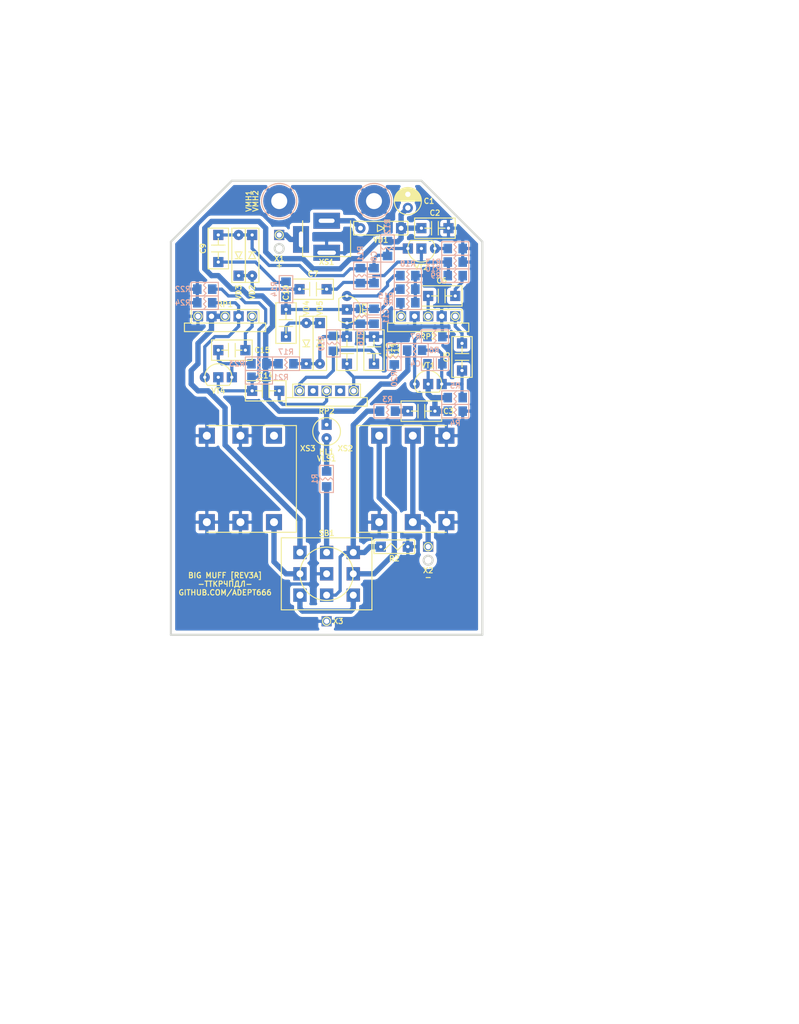
<source format=kicad_pcb>
(kicad_pcb (version 20171130) (host pcbnew 5.1.12-84ad8e8a86~92~ubuntu20.04.1)
  (title_block (title ТКП-1.30.A-6) (date 2025-06-21) (rev 3A) (company "Big Muff [REV3A] Bass SM LC5-8") (comment 1 http://github.com/Adept666) (comment 2 "Igor Ivanov (Игорь Иванов)") (comment 3 -ТТКРЧПДЛ-) (comment 4 "This project is licensed under GNU General Public License v3.0 or later"))
  (layers (0 F.Cu jumper) (31 B.Cu signal) (36 B.SilkS user) (37 F.SilkS user) (38 B.Mask user) (39 F.Mask user) (44 Edge.Cuts user))
  (net 0 "")
  (net 1 COM)
  (net 2 "Net-(HL1-PadC)")
  (net 3 /LED)
  (net 4 "Net-(SB1-PadNC1)")
  (net 5 /IN-CON)
  (net 6 /OUT-CON)
  (net 7 /PP3-POS)
  (net 8 /PP3-NEG)
  (net 9 "Net-(VD1-PadA)")
  (net 10 "Net-(C3-Pad2)")
  (net 11 "Net-(C4-Pad2)")
  (net 12 "Net-(C5-Pad2)")
  (net 13 "Net-(C6-Pad1)")
  (net 14 "Net-(C6-Pad2)")
  (net 15 "Net-(C7-Pad1)")
  (net 16 "Net-(C7-Pad2)")
  (net 17 "Net-(C8-Pad2)")
  (net 18 "Net-(C9-Pad2)")
  (net 19 "Net-(C10-Pad1)")
  (net 20 "Net-(C10-Pad2)")
  (net 21 "Net-(C11-Pad2)")
  (net 22 "Net-(C12-Pad2)")
  (net 23 "Net-(C13-Pad1)")
  (net 24 "Net-(C14-Pad1)")
  (net 25 "Net-(C14-Pad2)")
  (net 26 "Net-(C15-Pad1)")
  (net 27 "Net-(C15-Pad2)")
  (net 28 "Net-(R8-Pad2)")
  (net 29 "Net-(C3-Pad1)")
  (net 30 V)
  (net 31 /IN-CIR)
  (net 32 /OUT-CIR)
  (net 33 "Net-(XS3-PadTN)")
  (net 34 "Net-(R7-Pad2)")
  (net 35 "Net-(R13-Pad2)")
  (net 36 "Net-(R18-Pad2)")
  (net 37 "Net-(R24-Pad2)")
  (module SBEPL:ТКП-6.3.3.A1 (layer F.Cu) (at 105.41 148.59)
    (fp_text reference VE2 hide)
    (fp_text value ТКП-6.3.3.A1.A1.3-1.A1.00 hide)
  )
  (module SBEPL:ТКП-6.3.1.A2.A1.A (layer F.Cu) (at 105.41 148.59)
    (fp_text reference VE1 hide)
    (fp_text value ТКП-6.3.1.A2.A1.A.1-1 hide)
  )
  (module KCL-TH-SL:SW-PBS-24-302SP-2.5-PNL-12.0 (layer F.Cu) (at 105.41 167.64)
    (fp_text reference SB1 (at 0 -7.62) (layer F.SilkS) (effects (font (thickness 0.2))))
    (fp_text value PBS-24-302SP)
    (pad COM3 thru_hole rect (at 5 0) (size 2.5 2.5) (drill 1.3) (layers B.Cu B.Mask) (net 5 /IN-CON))
    (pad NC3 thru_hole rect (at 5 4) (size 2.5 2.5) (drill 1.3) (layers B.Cu B.Mask) (net 4 "Net-(SB1-PadNC1)"))
    (pad NO3 thru_hole rect (at 5 -4) (size 2.5 2.5) (drill 1.3) (layers B.Cu B.Mask) (net 31 /IN-CIR))
    (pad COM2 thru_hole rect (at 0 0) (size 2.5 2.5) (drill 1.3) (layers B.Cu B.Mask) (net 1 COM))
    (pad NC2 thru_hole rect (at 0 4) (size 2.5 2.5) (drill 1.3) (layers B.Cu B.Mask) (net 31 /IN-CIR))
    (pad NO2 thru_hole rect (at 0 -4) (size 2.5 2.5) (drill 1.3) (layers B.Cu B.Mask) (net 3 /LED))
    (pad NO1 thru_hole rect (at -5 -4) (size 2.5 2.5) (drill 1.3) (layers B.Cu B.Mask) (net 32 /OUT-CIR))
    (pad COM1 thru_hole rect (at -5 0) (size 2.5 2.5) (drill 1.3) (layers B.Cu B.Mask) (net 6 /OUT-CON))
    (pad NC1 thru_hole rect (at -5 4) (size 2.5 2.5) (drill 1.3) (layers B.Cu B.Mask) (net 4 "Net-(SB1-PadNC1)"))
  )
  (module SBKCL-TH-SL:RPB-18-1x17-1.6-PNL-7.2 (layer F.Cu) (at 124.46 108.15)
    (fp_text reference RP3 (at 0 15.04) (layer F.SilkS) (effects (font (thickness 0.2))))
    (fp_text value A100K)
    (pad 3 thru_hole rect (at 5.08 11.23) (size 1.9 1.9) (drill 1) (layers B.Cu B.Mask) (net 12 "Net-(C5-Pad2)"))
    (pad NC2 thru_hole rect (at 2.54 11.23) (size 1.9 1.9) (drill 1) (layers B.Cu B.Mask) (net 1 COM))
    (pad 2 thru_hole rect (at 0 11.23) (size 1.9 1.9) (drill 1) (layers B.Cu B.Mask) (net 13 "Net-(C6-Pad1)"))
    (pad NC1 thru_hole rect (at -2.54 11.23) (size 1.9 1.9) (drill 1) (layers B.Cu B.Mask) (net 1 COM))
    (pad 1 thru_hole rect (at -5.08 11.23) (size 1.9 1.9) (drill 1) (layers B.Cu B.Mask) (net 28 "Net-(R8-Pad2)"))
  )
  (module SBKCL-TH-SL:RPB-18-1x17-1.6-PNL-7.2 (layer F.Cu) (at 105.41 122.12)
    (fp_text reference RP2 (at 0 15.04) (layer F.SilkS) (effects (font (thickness 0.2))))
    (fp_text value B100K)
    (pad 3 thru_hole rect (at 5.08 11.23) (size 1.9 1.9) (drill 1) (layers B.Cu B.Mask) (net 22 "Net-(C12-Pad2)"))
    (pad NC2 thru_hole rect (at 2.54 11.23) (size 1.9 1.9) (drill 1) (layers B.Cu B.Mask))
    (pad 2 thru_hole rect (at 0 11.23) (size 1.9 1.9) (drill 1) (layers B.Cu B.Mask) (net 24 "Net-(C14-Pad1)"))
    (pad NC1 thru_hole rect (at -2.54 11.23) (size 1.9 1.9) (drill 1) (layers B.Cu B.Mask))
    (pad 1 thru_hole rect (at -5.08 11.23) (size 1.9 1.9) (drill 1) (layers B.Cu B.Mask) (net 23 "Net-(C13-Pad1)"))
  )
  (module SBKCL-TH-SL:RPB-18-1x17-1.6-PNL-7.2 (layer F.Cu) (at 86.36 108.15)
    (fp_text reference RP1 (at 0 9.0075) (layer F.SilkS) (effects (font (thickness 0.2))))
    (fp_text value A100K)
    (pad 3 thru_hole rect (at 5.08 11.23) (size 1.9 1.9) (drill 1) (layers B.Cu B.Mask) (net 27 "Net-(C15-Pad2)"))
    (pad NC2 thru_hole rect (at 2.54 11.23) (size 1.9 1.9) (drill 1) (layers B.Cu B.Mask) (net 37 "Net-(R24-Pad2)"))
    (pad 2 thru_hole rect (at 0 11.23) (size 1.9 1.9) (drill 1) (layers B.Cu B.Mask) (net 32 /OUT-CIR))
    (pad NC1 thru_hole rect (at -2.54 11.23) (size 1.9 1.9) (drill 1) (layers B.Cu B.Mask) (net 32 /OUT-CIR))
    (pad 1 thru_hole rect (at -5.08 11.23) (size 1.9 1.9) (drill 1) (layers B.Cu B.Mask) (net 1 COM))
  )
  (module KCL-TH-SL:CON-PAD-S-1.0-1.9 (layer F.Cu) (at 96.52 104.14)
    (fp_text reference X1 (at 0 4.445) (layer F.SilkS) (effects (font (thickness 0.2))))
    (fp_text value X)
    (pad 1 thru_hole rect (at 0 0) (size 1.9 1.9) (drill 1) (layers B.Cu B.Mask) (net 7 /PP3-POS))
  )
  (module KCL-TH-SL:CON-PAD-S-1.0-1.9 (layer F.Cu) (at 124.46 162.56)
    (fp_text reference X2 (at 0 4.445) (layer F.SilkS) (effects (font (thickness 0.2))))
    (fp_text value X)
    (pad 1 thru_hole rect (at 0 0) (size 1.9 1.9) (drill 1) (layers B.Cu B.Mask) (net 8 /PP3-NEG))
  )
  (module KCL-TH-SL:CON-PAD-S-1.0-1.9 (layer F.Cu) (at 105.41 176.53)
    (fp_text reference X3 (at 1.0795 0) (layer F.SilkS) (effects (font (thickness 0.2)) (justify left)))
    (fp_text value X)
    (pad 1 thru_hole rect (at 0 0) (size 1.9 1.9) (drill 1) (layers B.Cu B.Mask) (net 1 COM))
  )
  (module KCL-VIRTUAL:B-PP3-HV (layer F.Cu) (at 105.41 187.96)
    (fp_text reference GB1 hide)
    (fp_text value X hide)
  )
  (module KCL-TH-SL:P-TO-92-E-B-C (layer F.Cu) (at 123.19 106.68 180)
    (fp_text reference VT2 (at 0 -3.4925) (layer F.SilkS) (effects (font (thickness 0.2))))
    (fp_text value 547)
    (pad C thru_hole rect (at 2.54 0 180) (size 1.9 1.9) (drill 0.6) (layers B.Cu B.Mask) (net 17 "Net-(C8-Pad2)"))
    (pad B thru_hole rect (at 0 0 180) (size 1.9 1.9) (drill 0.6) (layers B.Cu B.Mask) (net 15 "Net-(C7-Pad1)"))
    (pad E thru_hole circle (at -2.54 0 180) (size 1.9 1.9) (drill 0.6) (layers B.Cu B.Mask) (net 35 "Net-(R13-Pad2)"))
  )
  (module KCL-TH-SL:P-TO-92-E-B-C (layer F.Cu) (at 109.22 118.11 270)
    (fp_text reference VT3 (at 0 -3.4925 90) (layer F.SilkS) (effects (font (thickness 0.2))))
    (fp_text value 547)
    (pad C thru_hole rect (at 2.54 0 270) (size 1.9 1.9) (drill 0.6) (layers B.Cu B.Mask) (net 21 "Net-(C11-Pad2)"))
    (pad B thru_hole rect (at 0 0 270) (size 1.9 1.9) (drill 0.6) (layers B.Cu B.Mask) (net 19 "Net-(C10-Pad1)"))
    (pad E thru_hole circle (at -2.54 0 270) (size 1.9 1.9) (drill 0.6) (layers B.Cu B.Mask) (net 36 "Net-(R18-Pad2)"))
  )
  (module KCL-TH-SL:P-TO-92-E-B-C (layer F.Cu) (at 124.46 132.08)
    (fp_text reference VT1 (at 0 -3.4925) (layer F.SilkS) (effects (font (thickness 0.2))))
    (fp_text value 547)
    (pad E thru_hole circle (at -2.54 0) (size 1.9 1.9) (drill 0.6) (layers B.Cu B.Mask) (net 34 "Net-(R7-Pad2)"))
    (pad B thru_hole rect (at 0 0) (size 1.9 1.9) (drill 0.6) (layers B.Cu B.Mask) (net 10 "Net-(C3-Pad2)"))
    (pad C thru_hole rect (at 2.54 0) (size 1.9 1.9) (drill 0.6) (layers B.Cu B.Mask) (net 11 "Net-(C4-Pad2)"))
  )
  (module KCL-TH-SL:P-TO-92-E-B-C (layer F.Cu) (at 85.09 130.81)
    (fp_text reference VT4 (at 0 2.54) (layer F.SilkS) (effects (font (thickness 0.2))))
    (fp_text value 547)
    (pad C thru_hole rect (at 2.54 0) (size 1.9 1.9) (drill 0.6) (layers B.Cu B.Mask) (net 26 "Net-(C15-Pad1)"))
    (pad B thru_hole rect (at 0 0) (size 1.9 1.9) (drill 0.6) (layers B.Cu B.Mask) (net 25 "Net-(C14-Pad2)"))
    (pad E thru_hole circle (at -2.54 0) (size 1.9 1.9) (drill 0.6) (layers B.Cu B.Mask) (net 37 "Net-(R24-Pad2)"))
  )
  (module KCL-TH-SL:P-DO-35 (layer F.Cu) (at 88.9 107.95 270)
    (fp_text reference VD3 (at 5.3975 0 90) (layer F.SilkS) (effects (font (thickness 0.2)) (justify right)))
    (fp_text value 4148)
    (pad C thru_hole rect (at 3.81 0 270) (size 1.9 1.9) (drill 0.6) (layers B.Cu B.Mask) (net 16 "Net-(C7-Pad2)"))
    (pad A thru_hole circle (at -3.81 0 270) (size 1.9 1.9) (drill 0.6) (layers B.Cu B.Mask) (net 17 "Net-(C8-Pad2)"))
  )
  (module KCL-TH-SL:P-DO-35 (layer F.Cu) (at 91.44 107.95 90)
    (fp_text reference VD2 (at -5.3975 0 90) (layer F.SilkS) (effects (font (thickness 0.2)) (justify right)))
    (fp_text value 4148)
    (pad C thru_hole rect (at 3.81 0 90) (size 1.9 1.9) (drill 0.6) (layers B.Cu B.Mask) (net 17 "Net-(C8-Pad2)"))
    (pad A thru_hole circle (at -3.81 0 90) (size 1.9 1.9) (drill 0.6) (layers B.Cu B.Mask) (net 16 "Net-(C7-Pad2)"))
  )
  (module KCL-TH-SL:P-DO-35 (layer F.Cu) (at 101.6 124.46 270)
    (fp_text reference VD4 (at -5.08 0 90) (layer F.SilkS) (effects (font (thickness 0.2)) (justify left)))
    (fp_text value 4148)
    (pad C thru_hole rect (at 3.81 0 270) (size 1.9 1.9) (drill 0.6) (layers B.Cu B.Mask) (net 21 "Net-(C11-Pad2)"))
    (pad A thru_hole circle (at -3.81 0 270) (size 1.9 1.9) (drill 0.6) (layers B.Cu B.Mask) (net 20 "Net-(C10-Pad2)"))
  )
  (module KCL-TH-SL:P-DO-35 (layer F.Cu) (at 104.14 124.46 90)
    (fp_text reference VD5 (at 5.08 0 90) (layer F.SilkS) (effects (font (thickness 0.2)) (justify left)))
    (fp_text value 4148)
    (pad C thru_hole rect (at 3.81 0 90) (size 1.9 1.9) (drill 0.6) (layers B.Cu B.Mask) (net 20 "Net-(C10-Pad2)"))
    (pad A thru_hole circle (at -3.81 0 90) (size 1.9 1.9) (drill 0.6) (layers B.Cu B.Mask) (net 21 "Net-(C11-Pad2)"))
  )
  (module KCL-TH-SL:C-DISK-D04.2-T03.0-P05.08-d0.5 (layer F.Cu) (at 125.73 102.87)
    (fp_text reference C2 (at 0 -2.8575) (layer F.SilkS) (effects (font (thickness 0.2))))
    (fp_text value 104)
    (pad 1 thru_hole rect (at -2.54 0) (size 1.9 1.9) (drill 0.6) (layers B.Cu B.Mask) (net 30 V))
    (pad 2 thru_hole rect (at 2.54 0) (size 1.9 1.9) (drill 0.6) (layers B.Cu B.Mask) (net 1 COM))
  )
  (module KCL-TH-SL:C-DISK-D04.2-T03.0-P05.08-d0.5 (layer F.Cu) (at 109.22 125.73 270)
    (fp_text reference C12 (at 0 -7.9375 90) (layer F.SilkS) (effects (font (thickness 0.2))))
    (fp_text value 332)
    (pad 2 thru_hole rect (at 2.54 0 270) (size 1.9 1.9) (drill 0.6) (layers B.Cu B.Mask) (net 22 "Net-(C12-Pad2)"))
    (pad 1 thru_hole rect (at -2.54 0 270) (size 1.9 1.9) (drill 0.6) (layers B.Cu B.Mask) (net 21 "Net-(C11-Pad2)"))
  )
  (module KCL-TH-SL:C-DISK-D04.2-T03.0-P05.08-d0.5 (layer F.Cu) (at 114.3 125.73 90)
    (fp_text reference C13 (at 0 4.1275 90) (layer F.SilkS) (effects (font (thickness 0.2))))
    (fp_text value 103)
    (pad 1 thru_hole rect (at -2.54 0 90) (size 1.9 1.9) (drill 0.6) (layers B.Cu B.Mask) (net 23 "Net-(C13-Pad1)"))
    (pad 2 thru_hole rect (at 2.54 0 90) (size 1.9 1.9) (drill 0.6) (layers B.Cu B.Mask) (net 1 COM))
  )
  (module KCL-TH-SL:C-DISK-D04.2-T03.0-P05.08-d0.5 (layer F.Cu) (at 127 115.57)
    (fp_text reference C6 (at 0 -2.8575) (layer F.SilkS) (effects (font (thickness 0.2))))
    (fp_text value 104)
    (pad 2 thru_hole rect (at 2.54 0) (size 1.9 1.9) (drill 0.6) (layers B.Cu B.Mask) (net 14 "Net-(C6-Pad2)"))
    (pad 1 thru_hole rect (at -2.54 0) (size 1.9 1.9) (drill 0.6) (layers B.Cu B.Mask) (net 13 "Net-(C6-Pad1)"))
  )
  (module KCL-TH-SL:C-DISK-D04.2-T03.0-P05.08-d0.5 (layer F.Cu) (at 130.81 127 90)
    (fp_text reference C5 (at 0 -2.8575 90) (layer F.SilkS) (effects (font (thickness 0.2))))
    (fp_text value 104)
    (pad 1 thru_hole rect (at -2.54 0 90) (size 1.9 1.9) (drill 0.6) (layers B.Cu B.Mask) (net 11 "Net-(C4-Pad2)"))
    (pad 2 thru_hole rect (at 2.54 0 90) (size 1.9 1.9) (drill 0.6) (layers B.Cu B.Mask) (net 12 "Net-(C5-Pad2)"))
  )
  (module KCL-TH-SL:C-DISK-D04.2-T03.0-P05.08-d0.5 (layer F.Cu) (at 123.19 137.16)
    (fp_text reference C3 (at 5.08 0) (layer F.SilkS) (effects (font (thickness 0.2))))
    (fp_text value 105)
    (pad 1 thru_hole rect (at -2.54 0) (size 1.9 1.9) (drill 0.6) (layers B.Cu B.Mask) (net 29 "Net-(C3-Pad1)"))
    (pad 2 thru_hole rect (at 2.54 0) (size 1.9 1.9) (drill 0.6) (layers B.Cu B.Mask) (net 10 "Net-(C3-Pad2)"))
  )
  (module KCL-TH-SL:C-DISK-D04.2-T03.0-P05.08-d0.5 (layer F.Cu) (at 93.98 133.35 180)
    (fp_text reference C14 (at 0 2.8575) (layer F.SilkS) (effects (font (thickness 0.2))))
    (fp_text value 105)
    (pad 2 thru_hole rect (at 2.54 0 180) (size 1.9 1.9) (drill 0.6) (layers B.Cu B.Mask) (net 25 "Net-(C14-Pad2)"))
    (pad 1 thru_hole rect (at -2.54 0 180) (size 1.9 1.9) (drill 0.6) (layers B.Cu B.Mask) (net 24 "Net-(C14-Pad1)"))
  )
  (module KCL-TH-SL:C-DISK-D04.2-T03.0-P05.08-d0.5 (layer F.Cu) (at 87.63 125.73)
    (fp_text reference C15 (at 4.1275 0) (layer F.SilkS) (effects (font (thickness 0.2)) (justify left)))
    (fp_text value 104)
    (pad 2 thru_hole rect (at 2.54 0) (size 1.9 1.9) (drill 0.6) (layers B.Cu B.Mask) (net 27 "Net-(C15-Pad2)"))
    (pad 1 thru_hole rect (at -2.54 0) (size 1.9 1.9) (drill 0.6) (layers B.Cu B.Mask) (net 26 "Net-(C15-Pad1)"))
  )
  (module KCL-TH-SL:C-DISK-D04.2-T03.0-P05.08-d0.5 (layer F.Cu) (at 97.79 120.65 270)
    (fp_text reference C10 (at -4.1275 0 90) (layer F.SilkS) (effects (font (thickness 0.2)) (justify left)))
    (fp_text value 683)
    (pad 2 thru_hole rect (at 2.54 0 270) (size 1.9 1.9) (drill 0.6) (layers B.Cu B.Mask) (net 20 "Net-(C10-Pad2)"))
    (pad 1 thru_hole rect (at -2.54 0 270) (size 1.9 1.9) (drill 0.6) (layers B.Cu B.Mask) (net 19 "Net-(C10-Pad1)"))
  )
  (module KCL-TH-SL:C-DISK-D04.2-T03.0-P05.08-d0.5 (layer F.Cu) (at 102.87 114.3 180)
    (fp_text reference C7 (at 0 2.8575) (layer F.SilkS) (effects (font (thickness 0.2))))
    (fp_text value 683)
    (pad 1 thru_hole rect (at -2.54 0 180) (size 1.9 1.9) (drill 0.6) (layers B.Cu B.Mask) (net 15 "Net-(C7-Pad1)"))
    (pad 2 thru_hole rect (at 2.54 0 180) (size 1.9 1.9) (drill 0.6) (layers B.Cu B.Mask) (net 16 "Net-(C7-Pad2)"))
  )
  (module KCL-TH-SL:C-DISK-D04.2-T03.0-P05.08-d0.5 (layer F.Cu) (at 85.09 106.68 270)
    (fp_text reference C9 (at 0 2.8575 90) (layer F.SilkS) (effects (font (thickness 0.2))))
    (fp_text value 104)
    (pad 2 thru_hole rect (at 2.54 0 270) (size 1.9 1.9) (drill 0.6) (layers B.Cu B.Mask) (net 18 "Net-(C9-Pad2)"))
    (pad 1 thru_hole rect (at -2.54 0 270) (size 1.9 1.9) (drill 0.6) (layers B.Cu B.Mask) (net 17 "Net-(C8-Pad2)"))
  )
  (module KCL-TH-SL:P-DO-41 (layer F.Cu) (at 115.57 102.87)
    (fp_text reference VD1 (at 0 2.2225) (layer F.SilkS) (effects (font (thickness 0.2))))
    (fp_text value 5817)
    (pad A thru_hole circle (at -3.81 0) (size 1.9 1.9) (drill 0.9) (layers B.Cu B.Mask) (net 9 "Net-(VD1-PadA)"))
    (pad C thru_hole rect (at 3.81 0) (size 1.9 1.9) (drill 0.9) (layers B.Cu B.Mask) (net 30 V))
  )
  (module KCL-SM:C-SM-1206 (layer B.Cu) (at 114.3 111.76 90)
    (fp_text reference C8 (at 2.54 0 90) (layer B.SilkS) (effects (font (thickness 0.2)) (justify right mirror)))
    (fp_text value 471)
    (pad 2 smd rect (at 1.4 0 90) (size 1.6 1.8) (layers B.Cu B.Mask) (net 17 "Net-(C8-Pad2)"))
    (pad 1 smd rect (at -1.4 0 90) (size 1.6 1.8) (layers B.Cu B.Mask) (net 15 "Net-(C7-Pad1)"))
  )
  (module KCL-SM:C-SM-1206 (layer B.Cu) (at 114.3 119.38 270)
    (fp_text reference C11 (at 0 -2.2225 270) (layer B.SilkS) (effects (font (thickness 0.2)) (justify mirror)))
    (fp_text value 471)
    (pad 2 smd rect (at 1.4 0 270) (size 1.6 1.8) (layers B.Cu B.Mask) (net 21 "Net-(C11-Pad2)"))
    (pad 1 smd rect (at -1.4 0 270) (size 1.6 1.8) (layers B.Cu B.Mask) (net 19 "Net-(C10-Pad1)"))
  )
  (module KCL-SM:C-SM-1206 (layer B.Cu) (at 125.73 128.27)
    (fp_text reference C4 (at -2.54 0) (layer B.SilkS) (effects (font (thickness 0.2)) (justify left mirror)))
    (fp_text value 471)
    (pad 2 smd rect (at 1.4 0) (size 1.6 1.8) (layers B.Cu B.Mask) (net 11 "Net-(C4-Pad2)"))
    (pad 1 smd rect (at -1.4 0) (size 1.6 1.8) (layers B.Cu B.Mask) (net 10 "Net-(C3-Pad2)"))
  )
  (module KCL-SM:R-SM-1206 (layer B.Cu) (at 129.54 134.62)
    (fp_text reference R5 (at 0 -2.2225) (layer B.SilkS) (effects (font (thickness 0.2)) (justify mirror)))
    (fp_text value 474)
    (pad 1 smd rect (at -1.4 0) (size 1.6 1.8) (layers B.Cu B.Mask) (net 10 "Net-(C3-Pad2)"))
    (pad 2 smd rect (at 1.4 0) (size 1.6 1.8) (layers B.Cu B.Mask) (net 11 "Net-(C4-Pad2)"))
  )
  (module KCL-SM:R-SM-1206 (layer B.Cu) (at 129.54 137.16 180)
    (fp_text reference R4 (at 0 -2.2225) (layer B.SilkS) (effects (font (thickness 0.2)) (justify mirror)))
    (fp_text value 104)
    (pad 2 smd rect (at 1.4 0 180) (size 1.6 1.8) (layers B.Cu B.Mask) (net 10 "Net-(C3-Pad2)"))
    (pad 1 smd rect (at -1.4 0 180) (size 1.6 1.8) (layers B.Cu B.Mask) (net 1 COM))
  )
  (module KCL-SM:R-SM-1206 (layer B.Cu) (at 116.84 137.16)
    (fp_text reference R3 (at 0 -2.2225) (layer B.SilkS) (effects (font (thickness 0.2)) (justify mirror)))
    (fp_text value 393)
    (pad 2 smd rect (at 1.4 0) (size 1.6 1.8) (layers B.Cu B.Mask) (net 29 "Net-(C3-Pad1)"))
    (pad 1 smd rect (at -1.4 0) (size 1.6 1.8) (layers B.Cu B.Mask) (net 31 /IN-CIR))
  )
  (module KCL-SM:R-SM-1206 (layer B.Cu) (at 121.92 125.73 180)
    (fp_text reference R6 (at -2.54 0 180) (layer B.SilkS) (effects (font (thickness 0.2)) (justify right mirror)))
    (fp_text value 123)
    (pad 1 smd rect (at -1.4 0 180) (size 1.6 1.8) (layers B.Cu B.Mask) (net 11 "Net-(C4-Pad2)"))
    (pad 2 smd rect (at 1.4 0 180) (size 1.6 1.8) (layers B.Cu B.Mask) (net 30 V))
  )
  (module KCL-SM:R-SM-1206 (layer B.Cu) (at 118.11 127 90)
    (fp_text reference R20 (at -2.54 0 90) (layer B.SilkS) (effects (font (thickness 0.2)) (justify left mirror)))
    (fp_text value 223)
    (pad 2 smd rect (at 1.4 0 90) (size 1.6 1.8) (layers B.Cu B.Mask) (net 1 COM))
    (pad 1 smd rect (at -1.4 0 90) (size 1.6 1.8) (layers B.Cu B.Mask) (net 22 "Net-(C12-Pad2)"))
  )
  (module KCL-SM:R-SM-1206 (layer B.Cu) (at 125.73 123.19 180)
    (fp_text reference R7 (at 2.54 0 180) (layer B.SilkS) (effects (font (thickness 0.2)) (justify left mirror)))
    (fp_text value 391)
    (pad 1 smd rect (at -1.4 0 180) (size 1.6 1.8) (layers B.Cu B.Mask) (net 1 COM))
    (pad 2 smd rect (at 1.4 0 180) (size 1.6 1.8) (layers B.Cu B.Mask) (net 34 "Net-(R7-Pad2)"))
  )
  (module KCL-SM:R-SM-1206 (layer B.Cu) (at 129.54 106.68 180)
    (fp_text reference R13 (at 2.54 -2.54 180) (layer B.SilkS) (effects (font (thickness 0.2)) (justify left mirror)))
    (fp_text value 391)
    (pad 2 smd rect (at 1.4 0 180) (size 1.6 1.8) (layers B.Cu B.Mask) (net 35 "Net-(R13-Pad2)"))
    (pad 1 smd rect (at -1.4 0 180) (size 1.6 1.8) (layers B.Cu B.Mask) (net 1 COM))
  )
  (module KCL-SM:R-SM-1206 (layer B.Cu) (at 129.54 109.22 180)
    (fp_text reference R10 (at 2.54 -1.27) (layer B.SilkS) (effects (font (thickness 0.2)) (justify left mirror)))
    (fp_text value 104)
    (pad 2 smd rect (at 1.4 0 180) (size 1.6 1.8) (layers B.Cu B.Mask) (net 15 "Net-(C7-Pad1)"))
    (pad 1 smd rect (at -1.4 0 180) (size 1.6 1.8) (layers B.Cu B.Mask) (net 1 COM))
  )
  (module KCL-SM:R-SM-1206 (layer B.Cu) (at 129.54 111.76 180)
    (fp_text reference R9 (at 2.54 0) (layer B.SilkS) (effects (font (thickness 0.2)) (justify left mirror)))
    (fp_text value 103)
    (pad 2 smd rect (at 1.4 0 180) (size 1.6 1.8) (layers B.Cu B.Mask) (net 15 "Net-(C7-Pad1)"))
    (pad 1 smd rect (at -1.4 0 180) (size 1.6 1.8) (layers B.Cu B.Mask) (net 14 "Net-(C6-Pad2)"))
  )
  (module KCL-SM:R-SM-1206 (layer B.Cu) (at 120.65 116.84 180)
    (fp_text reference R8 (at 2.54 0) (layer B.SilkS) (effects (font (thickness 0.2)) (justify left mirror)))
    (fp_text value 102)
    (pad 1 smd rect (at -1.4 0 180) (size 1.6 1.8) (layers B.Cu B.Mask) (net 1 COM))
    (pad 2 smd rect (at 1.4 0 180) (size 1.6 1.8) (layers B.Cu B.Mask) (net 28 "Net-(R8-Pad2)"))
  )
  (module KCL-SM:R-SM-1206 (layer B.Cu) (at 120.65 114.3 180)
    (fp_text reference R15 (at 2.54 -1.27) (layer B.SilkS) (effects (font (thickness 0.2)) (justify left mirror)))
    (fp_text value 104)
    (pad 2 smd rect (at 1.4 0 180) (size 1.6 1.8) (layers B.Cu B.Mask) (net 19 "Net-(C10-Pad1)"))
    (pad 1 smd rect (at -1.4 0 180) (size 1.6 1.8) (layers B.Cu B.Mask) (net 1 COM))
  )
  (module KCL-SM:R-SM-1206 (layer B.Cu) (at 120.65 111.76 180)
    (fp_text reference R18 (at 0 2.2225 180) (layer B.SilkS) (effects (font (thickness 0.2)) (justify mirror)))
    (fp_text value 391)
    (pad 2 smd rect (at 1.4 0 180) (size 1.6 1.8) (layers B.Cu B.Mask) (net 36 "Net-(R18-Pad2)"))
    (pad 1 smd rect (at -1.4 0 180) (size 1.6 1.8) (layers B.Cu B.Mask) (net 1 COM))
  )
  (module KCL-SM:R-SM-1206 (layer B.Cu) (at 116.84 106.68 90)
    (fp_text reference R12 (at 2.54 0 90) (layer B.SilkS) (effects (font (thickness 0.2)) (justify right mirror)))
    (fp_text value 123)
    (pad 1 smd rect (at -1.4 0 90) (size 1.6 1.8) (layers B.Cu B.Mask) (net 17 "Net-(C8-Pad2)"))
    (pad 2 smd rect (at 1.4 0 90) (size 1.6 1.8) (layers B.Cu B.Mask) (net 30 V))
  )
  (module KCL-SM:R-SM-1206 (layer B.Cu) (at 111.76 111.76 90)
    (fp_text reference R11 (at 2.54 0 90) (layer B.SilkS) (effects (font (thickness 0.2)) (justify right mirror)))
    (fp_text value 474)
    (pad 2 smd rect (at 1.4 0 90) (size 1.6 1.8) (layers B.Cu B.Mask) (net 17 "Net-(C8-Pad2)"))
    (pad 1 smd rect (at -1.4 0 90) (size 1.6 1.8) (layers B.Cu B.Mask) (net 15 "Net-(C7-Pad1)"))
  )
  (module KCL-SM:R-SM-1206 (layer B.Cu) (at 111.76 119.38 270)
    (fp_text reference R16 (at 2.54 0 90) (layer B.SilkS) (effects (font (thickness 0.2)) (justify left mirror)))
    (fp_text value 474)
    (pad 2 smd rect (at 1.4 0 270) (size 1.6 1.8) (layers B.Cu B.Mask) (net 21 "Net-(C11-Pad2)"))
    (pad 1 smd rect (at -1.4 0 270) (size 1.6 1.8) (layers B.Cu B.Mask) (net 19 "Net-(C10-Pad1)"))
  )
  (module KCL-SM:R-SM-1206 (layer B.Cu) (at 97.79 114.3 270)
    (fp_text reference R14 (at 0 2.2225 90) (layer B.SilkS) (effects (font (thickness 0.2)) (justify mirror)))
    (fp_text value 103)
    (pad 2 smd rect (at 1.4 0 270) (size 1.6 1.8) (layers B.Cu B.Mask) (net 19 "Net-(C10-Pad1)"))
    (pad 1 smd rect (at -1.4 0 270) (size 1.6 1.8) (layers B.Cu B.Mask) (net 18 "Net-(C9-Pad2)"))
  )
  (module KCL-SM:R-SM-1206 (layer B.Cu) (at 106.68 124.46 270)
    (fp_text reference R19 (at 0 2.2225 270) (layer B.SilkS) (effects (font (thickness 0.2)) (justify mirror)))
    (fp_text value 223)
    (pad 2 smd rect (at 1.4 0 270) (size 1.6 1.8) (layers B.Cu B.Mask) (net 23 "Net-(C13-Pad1)"))
    (pad 1 smd rect (at -1.4 0 270) (size 1.6 1.8) (layers B.Cu B.Mask) (net 21 "Net-(C11-Pad2)"))
  )
  (module KCL-SM:R-SM-1206 (layer B.Cu) (at 97.79 128.27 180)
    (fp_text reference R17 (at 0 2.2225) (layer B.SilkS) (effects (font (thickness 0.2)) (justify mirror)))
    (fp_text value 123)
    (pad 2 smd rect (at 1.4 0 180) (size 1.6 1.8) (layers B.Cu B.Mask) (net 30 V))
    (pad 1 smd rect (at -1.4 0 180) (size 1.6 1.8) (layers B.Cu B.Mask) (net 21 "Net-(C11-Pad2)"))
  )
  (module KCL-SM:R-SM-1206 (layer B.Cu) (at 92.71 128.27)
    (fp_text reference R23 (at -2.54 0) (layer B.SilkS) (effects (font (thickness 0.2)) (justify left mirror)))
    (fp_text value 103)
    (pad 2 smd rect (at 1.4 0) (size 1.6 1.8) (layers B.Cu B.Mask) (net 30 V))
    (pad 1 smd rect (at -1.4 0) (size 1.6 1.8) (layers B.Cu B.Mask) (net 26 "Net-(C15-Pad1)"))
  )
  (module KCL-SM:R-SM-1206 (layer B.Cu) (at 92.71 130.81)
    (fp_text reference R21 (at 2.54 0) (layer B.SilkS) (effects (font (thickness 0.2)) (justify right mirror)))
    (fp_text value 474)
    (pad 2 smd rect (at 1.4 0) (size 1.6 1.8) (layers B.Cu B.Mask) (net 30 V))
    (pad 1 smd rect (at -1.4 0) (size 1.6 1.8) (layers B.Cu B.Mask) (net 25 "Net-(C14-Pad2)"))
  )
  (module KCL-SM:R-SM-1206 (layer B.Cu) (at 82.55 114.3)
    (fp_text reference R22 (at -2.54 0) (layer B.SilkS) (effects (font (thickness 0.2)) (justify left mirror)))
    (fp_text value 104)
    (pad 2 smd rect (at 1.4 0) (size 1.6 1.8) (layers B.Cu B.Mask) (net 25 "Net-(C14-Pad2)"))
    (pad 1 smd rect (at -1.4 0) (size 1.6 1.8) (layers B.Cu B.Mask) (net 1 COM))
  )
  (module KCL-SM:R-SM-1206 (layer B.Cu) (at 82.55 116.84)
    (fp_text reference R24 (at -2.54 0) (layer B.SilkS) (effects (font (thickness 0.2)) (justify left mirror)))
    (fp_text value 272)
    (pad 1 smd rect (at -1.4 0) (size 1.6 1.8) (layers B.Cu B.Mask) (net 1 COM))
    (pad 2 smd rect (at 1.4 0) (size 1.6 1.8) (layers B.Cu B.Mask) (net 37 "Net-(R24-Pad2)"))
  )
  (module KCL-TH-SL:R-MFR-12 (layer F.Cu) (at 118.11 162.56 180)
    (fp_text reference R2 (at 0 -2.2225) (layer F.SilkS) (effects (font (thickness 0.2))))
    (fp_text value 105)
    (pad 2 thru_hole rect (at 2.54 0 180) (size 1.9 1.9) (drill 0.6) (layers B.Cu B.Mask) (net 31 /IN-CIR))
    (pad 1 thru_hole rect (at -2.54 0 180) (size 1.9 1.9) (drill 0.6) (layers B.Cu B.Mask) (net 1 COM))
  )
  (module KCL-SM:R-SM-1206 (layer B.Cu) (at 105.41 149.86 90)
    (fp_text reference R1 (at 0 -2.2225 90) (layer B.SilkS) (effects (font (thickness 0.2)) (justify mirror)))
    (fp_text value 433)
    (pad 2 smd rect (at 1.4 0 90) (size 1.6 1.8) (layers B.Cu B.Mask) (net 2 "Net-(HL1-PadC)"))
    (pad 1 smd rect (at -1.4 0 90) (size 1.6 1.8) (layers B.Cu B.Mask) (net 3 /LED))
  )
  (module KCL-TH-SL:CP-RADIAL-D05.0-P02.0-CLS (layer F.Cu) (at 120.65 97.79 90)
    (fp_text reference C1 (at 0 2.8575 180) (layer F.SilkS) (effects (font (thickness 0.2)) (justify left)))
    (fp_text value 106)
    (pad + thru_hole circle (at -1.27 0 90) (size 1.9 1.9) (drill 1) (layers B.Cu B.Mask) (net 30 V))
    (pad - thru_hole rect (at 1.27 0 90) (size 1.9 1.9) (drill 1) (layers B.Cu B.Mask) (net 1 COM))
  )
  (module KCL-VIRTUAL:VLS-BR (layer F.Cu) (at 105.41 140.97)
    (fp_text reference VLS1 (at 0 5.08) (layer F.SilkS) (effects (font (thickness 0.2))))
    (fp_text value 2xBR-7.7)
  )
  (module KCL-TH-SL:LED-ROUND-05.0-UNI-SH-SPACER-PNL-5.3 (layer F.Cu) (at 105.41 140.97 90)
    (fp_text reference HL1 (at -3.81 0 180) (layer F.SilkS) (effects (font (thickness 0.2))))
    (fp_text value FYL-3014UWC)
    (pad C thru_hole circle (at -1.27 0 90) (size 1.9 1.9) (drill 0.7) (layers B.Cu B.Mask) (net 2 "Net-(HL1-PadC)"))
    (pad A thru_hole rect (at 1.27 0 90) (size 1.9 1.9) (drill 0.7) (layers B.Cu B.Mask) (net 30 V))
  )
  (module KCL-TH-SL:CON-PJ-644C (layer F.Cu) (at 78.74 149.86 270)
    (fp_text reference XS3 (at -5.715 -21.59) (layer F.SilkS) (effects (font (thickness 0.2)) (justify left)))
    (fp_text value PJ-644C)
    (pad TN thru_hole rect (at -8.1 -16.8 270) (size 3 3) (drill 1.5) (layers B.Cu B.Mask) (net 33 "Net-(XS3-PadTN)"))
    (pad RN thru_hole rect (at -8.1 -10.5 270) (size 3 3) (drill 1.5) (layers B.Cu B.Mask) (net 1 COM))
    (pad SN thru_hole rect (at -8.1 -4.2 270) (size 3 3) (drill 1.5) (layers B.Cu B.Mask) (net 1 COM))
    (pad T thru_hole rect (at 8.1 -16.8 270) (size 3 3) (drill 1.5) (layers B.Cu B.Mask) (net 6 /OUT-CON))
    (pad R thru_hole rect (at 8.1 -10.5 270) (size 3 3) (drill 1.5) (layers B.Cu B.Mask) (net 1 COM))
    (pad S thru_hole rect (at 8.1 -4.2 270) (size 3 3) (drill 1.5) (layers B.Cu B.Mask) (net 1 COM))
  )
  (module KCL-TH-SL:CON-PJ-644C (layer F.Cu) (at 132.08 149.86 90)
    (fp_text reference XS2 (at 5.715 -21.59 180) (layer F.SilkS) (effects (font (thickness 0.2)) (justify right)))
    (fp_text value PJ-644C)
    (pad TN thru_hole rect (at -8.1 -16.8 90) (size 3 3) (drill 1.5) (layers B.Cu B.Mask) (net 1 COM))
    (pad RN thru_hole rect (at -8.1 -10.5 90) (size 3 3) (drill 1.5) (layers B.Cu B.Mask) (net 8 /PP3-NEG))
    (pad SN thru_hole rect (at -8.1 -4.2 90) (size 3 3) (drill 1.5) (layers B.Cu B.Mask) (net 1 COM))
    (pad T thru_hole rect (at 8.1 -16.8 90) (size 3 3) (drill 1.5) (layers B.Cu B.Mask) (net 5 /IN-CON))
    (pad R thru_hole rect (at 8.1 -10.5 90) (size 3 3) (drill 1.5) (layers B.Cu B.Mask) (net 8 /PP3-NEG))
    (pad S thru_hole rect (at 8.1 -4.2 90) (size 3 3) (drill 1.5) (layers B.Cu B.Mask) (net 1 COM))
  )
  (module KCL-TH-SL:CON-DC-005 (layer F.Cu) (at 105.41 93.98 180)
    (fp_text reference XS1 (at 0 -15.24) (layer F.SilkS) (effects (font (thickness 0.2))))
    (fp_text value DC-005)
    (pad C thru_hole rect (at 0 -13.5 180) (size 5 3) (drill oval 3.5 0.8) (layers B.Cu B.Mask) (net 1 COM))
    (pad SN thru_hole rect (at 4.8 -11 180) (size 3 5) (drill oval 0.8 3) (layers B.Cu B.Mask) (net 7 /PP3-POS))
    (pad S thru_hole rect (at 0 -7.5 180) (size 5 3) (drill oval 3 0.8) (layers B.Cu B.Mask) (net 9 "Net-(VD1-PadA)"))
  )
  (module KCL-TH-SL:VMH-STA-DA5-PNL-3.0 (layer F.Cu) (at 114.3 97.79)
    (fp_text reference VMH2 (at -22.225 0 90) (layer F.SilkS) (effects (font (thickness 0.2))))
    (fp_text value DI5M3x20)
    (pad 0 thru_hole circle (at 0 0) (size 6 6) (drill 3) (layers B.Cu B.Mask) (net 1 COM))
  )
  (module KCL-TH-SL:VMH-STA-DA5-PNL-3.0 (layer F.Cu) (at 96.52 97.79)
    (fp_text reference VMH1 (at -5.715 0 90) (layer F.SilkS) (effects (font (thickness 0.2))))
    (fp_text value DI5M3x20)
    (pad 0 thru_hole circle (at 0 0) (size 6 6) (drill 3) (layers B.Cu B.Mask) (net 1 COM))
  )
  (gr_text - (at 124.46 168.275) (layer F.SilkS) (effects (font (size 1 1) (thickness 0.2))))
  (gr_text + (at 96.52 109.855) (layer F.SilkS) (effects (font (size 1 1) (thickness 0.2))))
  (gr_text "BIG MUFF [REV3A]\n-ТТКРЧПДЛ-\nGITHUB.COM/ADEPT666" (at 86.36 169.545) (layer F.SilkS) (effects (font (size 1 1) (thickness 0.2))))
  (gr_circle (center 124.46 165.1) (end 125.31 165.1) (layer Edge.Cuts) (width 0.4))
  (gr_circle (center 96.52 106.68) (end 97.37 106.68) (layer Edge.Cuts) (width 0.4))
  (gr_line (start 123.19 93.98) (end 134.62 105.41) (layer Edge.Cuts) (width 0.4))
  (gr_line (start 76.2 105.41) (end 87.63 93.98) (layer Edge.Cuts) (width 0.4))
  (gr_line (start 134.62 105.41) (end 134.62 179.07) (layer Edge.Cuts) (width 0.4))
  (gr_line (start 76.2 105.41) (end 76.2 179.07) (layer Edge.Cuts) (width 0.4))
  (gr_line (start 76.2 179.07) (end 134.62 179.07) (layer Edge.Cuts) (width 0.4))
  (gr_line (start 87.63 93.98) (end 123.19 93.98) (layer Edge.Cuts) (width 0.4))
  (segment (start 98.425 169.545) (end 102.235 169.545) (width 0.6) (layer B.Cu) (net 1))
  (segment (start 105.41 148.46) (end 105.41 142.24) (width 1) (layer B.Cu) (net 2))
  (segment (start 105.41 163.64) (end 105.41 151.26) (width 1) (layer B.Cu) (net 3))
  (segment (start 110.41 174.14) (end 110.41 171.64) (width 1) (layer B.Cu) (net 4))
  (segment (start 109.925 174.625) (end 110.41 174.14) (width 1) (layer B.Cu) (net 4))
  (segment (start 100.895 174.625) (end 109.925 174.625) (width 1) (layer B.Cu) (net 4))
  (segment (start 100.41 174.14) (end 100.895 174.625) (width 1) (layer B.Cu) (net 4))
  (segment (start 100.41 171.64) (end 100.41 174.14) (width 1) (layer B.Cu) (net 4))
  (segment (start 114.3 167.64) (end 110.41 167.64) (width 1) (layer B.Cu) (net 5))
  (segment (start 118.11 163.83) (end 114.3 167.64) (width 1) (layer B.Cu) (net 5))
  (segment (start 118.11 156.21) (end 118.11 163.83) (width 1) (layer B.Cu) (net 5))
  (segment (start 115.28 153.38) (end 118.11 156.21) (width 1) (layer B.Cu) (net 5))
  (segment (start 115.28 141.76) (end 115.28 153.38) (width 1) (layer B.Cu) (net 5))
  (segment (start 100.41 167.64) (end 97.79 167.64) (width 1) (layer B.Cu) (net 6))
  (segment (start 95.54 165.39) (end 97.79 167.64) (width 1) (layer B.Cu) (net 6))
  (segment (start 95.54 157.96) (end 95.54 165.39) (width 1) (layer B.Cu) (net 6))
  (segment (start 100.61 104.98) (end 98.63 104.98) (width 1) (layer B.Cu) (net 7))
  (segment (start 98.63 104.98) (end 97.79 104.14) (width 1) (layer B.Cu) (net 7))
  (segment (start 97.79 104.14) (end 96.52 104.14) (width 1) (layer B.Cu) (net 7))
  (segment (start 121.58 141.76) (end 121.58 157.96) (width 1) (layer B.Cu) (net 8))
  (segment (start 124.46 158.75) (end 124.46 162.56) (width 1) (layer B.Cu) (net 8))
  (segment (start 123.67 157.96) (end 124.46 158.75) (width 1) (layer B.Cu) (net 8))
  (segment (start 121.58 157.96) (end 123.67 157.96) (width 1) (layer B.Cu) (net 8))
  (segment (start 105.41 101.48) (end 110.37 101.48) (width 1) (layer B.Cu) (net 9))
  (segment (start 110.37 101.48) (end 111.76 102.87) (width 1) (layer B.Cu) (net 9))
  (segment (start 124.46 128.27) (end 124.46 132.08) (width 0.6) (layer B.Cu) (net 10))
  (segment (start 128.14 137.16) (end 125.73 137.16) (width 1) (layer B.Cu) (net 10))
  (segment (start 125.73 134.62) (end 125.73 137.16) (width 1) (layer B.Cu) (net 10))
  (segment (start 128.14 134.62) (end 125.73 134.62) (width 1) (layer B.Cu) (net 10))
  (segment (start 124.46 133.985) (end 125.095 134.62) (width 1) (layer B.Cu) (net 10))
  (segment (start 124.46 132.08) (end 124.46 133.985) (width 1) (layer B.Cu) (net 10))
  (segment (start 125.095 134.62) (end 125.73 134.62) (width 1) (layer B.Cu) (net 10))
  (segment (start 127 132.08) (end 130.81 132.08) (width 0.6) (layer B.Cu) (net 11))
  (segment (start 130.81 132.08) (end 130.81 129.54) (width 0.6) (layer B.Cu) (net 11))
  (segment (start 130.81 132.08) (end 130.81 134.62) (width 0.6) (layer B.Cu) (net 11))
  (segment (start 127 126.365) (end 127 132.08) (width 0.6) (layer B.Cu) (net 11))
  (segment (start 126.365 125.73) (end 127 126.365) (width 0.6) (layer B.Cu) (net 11))
  (segment (start 123.32 125.73) (end 126.365 125.73) (width 0.6) (layer B.Cu) (net 11))
  (segment (start 130.81 122.555) (end 130.81 124.46) (width 0.6) (layer B.Cu) (net 12))
  (segment (start 129.54 121.285) (end 130.81 122.555) (width 0.6) (layer B.Cu) (net 12))
  (segment (start 129.54 119.38) (end 129.54 121.285) (width 0.6) (layer B.Cu) (net 12))
  (segment (start 124.46 115.57) (end 124.46 119.38) (width 0.6) (layer B.Cu) (net 13))
  (segment (start 129.54 115.57) (end 129.54 114.3) (width 0.6) (layer B.Cu) (net 14))
  (segment (start 129.54 114.3) (end 130.81 113.03) (width 0.6) (layer B.Cu) (net 14))
  (segment (start 130.81 113.03) (end 130.81 111.76) (width 0.6) (layer B.Cu) (net 14))
  (segment (start 108.585 113.03) (end 111.76 113.03) (width 0.6) (layer B.Cu) (net 15))
  (segment (start 111.76 113.03) (end 114.3 113.03) (width 0.6) (layer B.Cu) (net 15))
  (segment (start 128.27 109.22) (end 128.27 111.76) (width 0.6) (layer B.Cu) (net 15))
  (segment (start 128.14 109.22) (end 123.19 109.22) (width 0.6) (layer B.Cu) (net 15))
  (segment (start 123.19 106.68) (end 123.19 109.22) (width 0.6) (layer B.Cu) (net 15))
  (segment (start 118.745 109.22) (end 123.19 109.22) (width 0.6) (layer B.Cu) (net 15))
  (segment (start 116.205 111.76) (end 118.745 109.22) (width 0.6) (layer B.Cu) (net 15))
  (segment (start 114.3 111.76) (end 116.205 111.76) (width 0.6) (layer B.Cu) (net 15))
  (segment (start 114.3 113.03) (end 114.3 111.76) (width 0.6) (layer B.Cu) (net 15))
  (segment (start 107.315 114.3) (end 108.585 113.03) (width 0.6) (layer B.Cu) (net 15))
  (segment (start 105.41 114.3) (end 107.315 114.3) (width 0.6) (layer B.Cu) (net 15))
  (segment (start 88.9 111.76) (end 91.44 111.76) (width 0.6) (layer B.Cu) (net 16))
  (segment (start 91.44 111.76) (end 91.44 113.665) (width 0.6) (layer B.Cu) (net 16))
  (segment (start 91.44 113.665) (end 92.075 114.3) (width 0.6) (layer B.Cu) (net 16))
  (segment (start 92.075 114.3) (end 100.33 114.3) (width 0.6) (layer B.Cu) (net 16))
  (segment (start 109.855 110.49) (end 111.76 110.49) (width 0.6) (layer B.Cu) (net 17))
  (segment (start 111.76 110.49) (end 114.3 110.49) (width 0.6) (layer B.Cu) (net 17))
  (segment (start 91.44 104.14) (end 88.9 104.14) (width 0.6) (layer B.Cu) (net 17))
  (segment (start 85.09 104.14) (end 88.9 104.14) (width 0.6) (layer B.Cu) (net 17))
  (segment (start 114.3 110.49) (end 114.3 108.585) (width 0.6) (layer B.Cu) (net 17))
  (segment (start 94.615 109.855) (end 91.44 106.68) (width 0.6) (layer B.Cu) (net 17))
  (segment (start 100.33 109.855) (end 94.615 109.855) (width 0.6) (layer B.Cu) (net 17))
  (segment (start 102.235 111.76) (end 100.33 109.855) (width 0.6) (layer B.Cu) (net 17))
  (segment (start 91.44 106.68) (end 91.44 104.14) (width 0.6) (layer B.Cu) (net 17))
  (segment (start 108.585 111.76) (end 102.235 111.76) (width 0.6) (layer B.Cu) (net 17))
  (segment (start 109.855 110.49) (end 108.585 111.76) (width 0.6) (layer B.Cu) (net 17))
  (segment (start 114.935 107.95) (end 114.3 108.585) (width 0.6) (layer B.Cu) (net 17))
  (segment (start 116.84 107.95) (end 114.935 107.95) (width 0.6) (layer B.Cu) (net 17))
  (segment (start 116.84 106.68) (end 116.84 107.95) (width 0.6) (layer B.Cu) (net 17))
  (segment (start 120.65 106.68) (end 116.84 106.68) (width 0.6) (layer B.Cu) (net 17))
  (segment (start 95.885 113.03) (end 97.79 113.03) (width 0.6) (layer B.Cu) (net 18))
  (segment (start 92.075 109.22) (end 95.885 113.03) (width 0.6) (layer B.Cu) (net 18))
  (segment (start 85.09 109.22) (end 92.075 109.22) (width 0.6) (layer B.Cu) (net 18))
  (segment (start 114.3 118.11) (end 115.57 118.11) (width 0.6) (layer B.Cu) (net 19))
  (segment (start 111.76 118.11) (end 114.3 118.11) (width 0.6) (layer B.Cu) (net 19))
  (segment (start 109.22 118.11) (end 111.76 118.11) (width 0.6) (layer B.Cu) (net 19))
  (segment (start 97.79 115.7) (end 97.79 118.11) (width 0.6) (layer B.Cu) (net 19))
  (segment (start 97.79 118.11) (end 109.22 118.11) (width 0.6) (layer B.Cu) (net 19))
  (segment (start 118.11 114.3) (end 119.25 114.3) (width 0.6) (layer B.Cu) (net 19))
  (segment (start 116.84 115.57) (end 118.11 114.3) (width 0.6) (layer B.Cu) (net 19))
  (segment (start 116.84 116.84) (end 116.84 115.57) (width 0.6) (layer B.Cu) (net 19))
  (segment (start 115.57 118.11) (end 116.84 116.84) (width 0.6) (layer B.Cu) (net 19))
  (segment (start 101.6 120.65) (end 104.14 120.65) (width 0.6) (layer B.Cu) (net 20))
  (segment (start 98.425 120.65) (end 101.6 120.65) (width 0.6) (layer B.Cu) (net 20))
  (segment (start 97.79 121.285) (end 98.425 120.65) (width 0.6) (layer B.Cu) (net 20))
  (segment (start 97.79 123.19) (end 97.79 121.285) (width 0.6) (layer B.Cu) (net 20))
  (segment (start 109.22 120.65) (end 109.22 123.19) (width 0.6) (layer B.Cu) (net 21))
  (segment (start 101.6 128.27) (end 104.14 128.27) (width 0.6) (layer B.Cu) (net 21))
  (segment (start 99.19 128.27) (end 101.6 128.27) (width 0.6) (layer B.Cu) (net 21))
  (segment (start 106.68 123.19) (end 109.22 123.19) (width 0.6) (layer B.Cu) (net 21))
  (segment (start 104.775 123.19) (end 106.68 123.19) (width 0.6) (layer B.Cu) (net 21))
  (segment (start 104.14 123.825) (end 104.775 123.19) (width 0.6) (layer B.Cu) (net 21))
  (segment (start 104.14 128.27) (end 104.14 123.825) (width 0.6) (layer B.Cu) (net 21))
  (segment (start 111.76 120.65) (end 114.3 120.65) (width 0.6) (layer B.Cu) (net 21))
  (segment (start 109.22 120.65) (end 111.76 120.65) (width 0.6) (layer B.Cu) (net 21))
  (segment (start 109.22 128.27) (end 109.22 129.54) (width 0.6) (layer B.Cu) (net 22))
  (segment (start 109.22 129.54) (end 110.49 130.81) (width 0.6) (layer B.Cu) (net 22))
  (segment (start 116.84 130.81) (end 110.49 130.81) (width 0.6) (layer B.Cu) (net 22))
  (segment (start 116.84 130.81) (end 118.11 129.54) (width 0.6) (layer B.Cu) (net 22))
  (segment (start 118.11 128.4) (end 118.11 129.54) (width 0.6) (layer B.Cu) (net 22))
  (segment (start 110.49 130.81) (end 110.49 133.35) (width 0.6) (layer B.Cu) (net 22))
  (segment (start 100.33 132.08) (end 100.33 133.35) (width 0.6) (layer B.Cu) (net 23))
  (segment (start 101.6 130.81) (end 100.33 132.08) (width 0.6) (layer B.Cu) (net 23))
  (segment (start 106.68 129.54) (end 105.41 130.81) (width 0.6) (layer B.Cu) (net 23))
  (segment (start 113.665 125.73) (end 106.68 125.73) (width 0.6) (layer B.Cu) (net 23))
  (segment (start 114.3 126.365) (end 113.665 125.73) (width 0.6) (layer B.Cu) (net 23))
  (segment (start 105.41 130.81) (end 101.6 130.81) (width 0.6) (layer B.Cu) (net 23))
  (segment (start 106.68 125.73) (end 106.68 129.54) (width 0.6) (layer B.Cu) (net 23))
  (segment (start 114.3 128.27) (end 114.3 126.365) (width 0.6) (layer B.Cu) (net 23))
  (segment (start 105.41 135.255) (end 105.41 133.35) (width 0.6) (layer B.Cu) (net 24))
  (segment (start 104.775 135.89) (end 105.41 135.255) (width 0.6) (layer B.Cu) (net 24))
  (segment (start 97.155 135.89) (end 104.775 135.89) (width 0.6) (layer B.Cu) (net 24))
  (segment (start 96.52 135.255) (end 97.155 135.89) (width 0.6) (layer B.Cu) (net 24))
  (segment (start 96.52 133.35) (end 96.52 135.255) (width 0.6) (layer B.Cu) (net 24))
  (segment (start 91.44 133.35) (end 91.44 130.81) (width 0.6) (layer B.Cu) (net 25))
  (segment (start 85.09 132.715) (end 85.725 133.35) (width 0.6) (layer B.Cu) (net 25))
  (segment (start 85.725 133.35) (end 91.44 133.35) (width 0.6) (layer B.Cu) (net 25))
  (segment (start 85.09 130.81) (end 85.09 132.715) (width 0.6) (layer B.Cu) (net 25))
  (segment (start 92.71 130.81) (end 91.31 130.81) (width 0.6) (layer B.Cu) (net 25))
  (segment (start 92.71 121.92) (end 92.71 130.81) (width 0.6) (layer B.Cu) (net 25))
  (segment (start 93.98 120.65) (end 92.71 121.92) (width 0.6) (layer B.Cu) (net 25))
  (segment (start 93.98 118.11) (end 93.98 120.65) (width 0.6) (layer B.Cu) (net 25))
  (segment (start 90.17 116.84) (end 92.71 116.84) (width 0.6) (layer B.Cu) (net 25))
  (segment (start 92.71 116.84) (end 93.98 118.11) (width 0.6) (layer B.Cu) (net 25))
  (segment (start 88.9 115.57) (end 90.17 116.84) (width 0.6) (layer B.Cu) (net 25))
  (segment (start 86.995 115.57) (end 88.9 115.57) (width 0.6) (layer B.Cu) (net 25))
  (segment (start 85.725 114.3) (end 86.995 115.57) (width 0.6) (layer B.Cu) (net 25))
  (segment (start 83.95 114.3) (end 85.725 114.3) (width 0.6) (layer B.Cu) (net 25))
  (segment (start 91.31 128.27) (end 87.63 128.27) (width 0.6) (layer B.Cu) (net 26))
  (segment (start 87.63 130.81) (end 87.63 128.27) (width 0.6) (layer B.Cu) (net 26))
  (segment (start 85.725 128.27) (end 87.63 128.27) (width 0.6) (layer B.Cu) (net 26))
  (segment (start 85.09 127.635) (end 85.725 128.27) (width 0.6) (layer B.Cu) (net 26))
  (segment (start 85.09 125.73) (end 85.09 127.635) (width 0.6) (layer B.Cu) (net 26))
  (segment (start 90.17 122.555) (end 91.44 121.285) (width 0.6) (layer B.Cu) (net 27))
  (segment (start 91.44 121.285) (end 91.44 119.38) (width 0.6) (layer B.Cu) (net 27))
  (segment (start 90.17 125.73) (end 90.17 122.555) (width 0.6) (layer B.Cu) (net 27))
  (segment (start 119.25 119.25) (end 119.38 119.38) (width 0.6) (layer B.Cu) (net 28))
  (segment (start 119.38 119.38) (end 119.38 116.84) (width 0.6) (layer B.Cu) (net 28))
  (segment (start 118.24 137.16) (end 120.65 137.16) (width 1) (layer B.Cu) (net 29))
  (segment (start 93.98 134.62) (end 93.98 130.81) (width 1) (layer B.Cu) (net 30))
  (segment (start 93.98 128.27) (end 93.98 122.555) (width 1) (layer B.Cu) (net 30))
  (segment (start 93.98 130.81) (end 93.98 128.27) (width 1) (layer B.Cu) (net 30))
  (segment (start 116.84 105.41) (end 118.745 105.41) (width 1) (layer B.Cu) (net 30))
  (segment (start 114.935 105.41) (end 116.84 105.41) (width 1) (layer B.Cu) (net 30))
  (segment (start 96.39 128.27) (end 94.11 128.27) (width 1) (layer B.Cu) (net 30))
  (segment (start 115.57 132.08) (end 118.11 132.08) (width 1) (layer B.Cu) (net 30))
  (segment (start 118.11 132.08) (end 120.65 129.54) (width 1) (layer B.Cu) (net 30))
  (segment (start 120.65 129.54) (end 120.65 125.73) (width 1) (layer B.Cu) (net 30))
  (segment (start 110.49 137.16) (end 115.57 132.08) (width 1) (layer B.Cu) (net 30))
  (segment (start 119.38 102.87) (end 123.19 102.87) (width 1) (layer B.Cu) (net 30))
  (segment (start 119.38 102.87) (end 119.38 100.33) (width 1) (layer B.Cu) (net 30))
  (segment (start 119.38 100.33) (end 120.65 99.06) (width 1) (layer B.Cu) (net 30))
  (segment (start 105.41 137.16) (end 105.41 139.7) (width 1) (layer B.Cu) (net 30))
  (segment (start 105.41 137.16) (end 110.49 137.16) (width 1) (layer B.Cu) (net 30))
  (segment (start 119.38 104.775) (end 119.38 102.87) (width 1) (layer B.Cu) (net 30))
  (segment (start 118.745 105.41) (end 119.38 104.775) (width 1) (layer B.Cu) (net 30))
  (segment (start 111.76 108.585) (end 114.935 105.41) (width 1) (layer B.Cu) (net 30))
  (segment (start 93.98 107.315) (end 95.25 108.585) (width 1) (layer B.Cu) (net 30))
  (segment (start 93.98 102.87) (end 93.98 107.315) (width 1) (layer B.Cu) (net 30))
  (segment (start 92.71 101.6) (end 93.98 102.87) (width 1) (layer B.Cu) (net 30))
  (segment (start 83.82 101.6) (end 92.71 101.6) (width 1) (layer B.Cu) (net 30))
  (segment (start 82.55 102.87) (end 83.82 101.6) (width 1) (layer B.Cu) (net 30))
  (segment (start 96.52 137.16) (end 93.98 134.62) (width 1) (layer B.Cu) (net 30))
  (segment (start 95.25 108.585) (end 100.965 108.585) (width 1) (layer B.Cu) (net 30))
  (segment (start 90.805 115.57) (end 89.535 114.3) (width 1) (layer B.Cu) (net 30))
  (segment (start 109.855 108.585) (end 111.76 108.585) (width 1) (layer B.Cu) (net 30))
  (segment (start 93.98 122.555) (end 95.25 121.285) (width 1) (layer B.Cu) (net 30))
  (segment (start 102.87 110.49) (end 107.95 110.49) (width 1) (layer B.Cu) (net 30))
  (segment (start 87.63 114.3) (end 85.09 111.76) (width 1) (layer B.Cu) (net 30))
  (segment (start 95.25 117.475) (end 93.345 115.57) (width 1) (layer B.Cu) (net 30))
  (segment (start 107.95 110.49) (end 109.855 108.585) (width 1) (layer B.Cu) (net 30))
  (segment (start 85.09 111.76) (end 83.82 111.76) (width 1) (layer B.Cu) (net 30))
  (segment (start 105.41 137.16) (end 96.52 137.16) (width 1) (layer B.Cu) (net 30))
  (segment (start 93.345 115.57) (end 90.805 115.57) (width 1) (layer B.Cu) (net 30))
  (segment (start 95.25 121.285) (end 95.25 117.475) (width 1) (layer B.Cu) (net 30))
  (segment (start 83.82 111.76) (end 82.55 110.49) (width 1) (layer B.Cu) (net 30))
  (segment (start 100.965 108.585) (end 102.87 110.49) (width 1) (layer B.Cu) (net 30))
  (segment (start 89.535 114.3) (end 87.63 114.3) (width 1) (layer B.Cu) (net 30))
  (segment (start 82.55 110.49) (end 82.55 102.87) (width 1) (layer B.Cu) (net 30))
  (segment (start 113.57 162.56) (end 115.57 162.56) (width 1) (layer B.Cu) (net 31))
  (segment (start 110.41 163.64) (end 112.49 163.64) (width 1) (layer B.Cu) (net 31))
  (segment (start 112.49 163.64) (end 113.57 162.56) (width 1) (layer B.Cu) (net 31))
  (segment (start 113.03 137.16) (end 115.44 137.16) (width 1) (layer B.Cu) (net 31))
  (segment (start 110.41 163.64) (end 110.41 139.78) (width 1) (layer B.Cu) (net 31))
  (segment (start 110.41 139.78) (end 113.03 137.16) (width 1) (layer B.Cu) (net 31))
  (segment (start 105.41 171.64) (end 107.125 171.64) (width 0.6) (layer B.Cu) (net 31))
  (segment (start 107.125 171.64) (end 107.95 170.815) (width 0.6) (layer B.Cu) (net 31))
  (segment (start 110.41 163.64) (end 108.775 163.64) (width 0.6) (layer B.Cu) (net 31))
  (segment (start 108.775 163.64) (end 107.95 164.465) (width 0.6) (layer B.Cu) (net 31))
  (segment (start 107.95 164.465) (end 107.95 170.815) (width 0.6) (layer B.Cu) (net 31))
  (segment (start 83.82 119.38) (end 86.36 119.38) (width 1) (layer B.Cu) (net 32))
  (segment (start 86.36 136.525) (end 86.36 143.51) (width 1) (layer B.Cu) (net 32))
  (segment (start 83.185 133.35) (end 86.36 136.525) (width 1) (layer B.Cu) (net 32))
  (segment (start 86.36 143.51) (end 100.41 157.56) (width 1) (layer B.Cu) (net 32))
  (segment (start 81.28 133.35) (end 83.185 133.35) (width 1) (layer B.Cu) (net 32))
  (segment (start 80.01 132.08) (end 81.28 133.35) (width 1) (layer B.Cu) (net 32))
  (segment (start 80.01 129.54) (end 80.01 132.08) (width 1) (layer B.Cu) (net 32))
  (segment (start 100.41 157.56) (end 100.41 163.64) (width 1) (layer B.Cu) (net 32))
  (segment (start 81.28 124.46) (end 81.28 128.27) (width 1) (layer B.Cu) (net 32))
  (segment (start 83.82 121.92) (end 81.28 124.46) (width 1) (layer B.Cu) (net 32))
  (segment (start 81.28 128.27) (end 80.01 129.54) (width 1) (layer B.Cu) (net 32))
  (segment (start 83.82 119.38) (end 83.82 121.92) (width 1) (layer B.Cu) (net 32))
  (segment (start 122.555 123.19) (end 124.33 123.19) (width 0.6) (layer B.Cu) (net 34))
  (segment (start 121.92 123.825) (end 122.555 123.19) (width 0.6) (layer B.Cu) (net 34))
  (segment (start 121.92 132.08) (end 121.92 123.825) (width 0.6) (layer B.Cu) (net 34))
  (segment (start 128.14 106.68) (end 125.73 106.68) (width 0.6) (layer B.Cu) (net 35))
  (segment (start 116.84 113.03) (end 118.11 111.76) (width 0.6) (layer B.Cu) (net 36))
  (segment (start 116.84 113.665) (end 116.84 113.03) (width 0.6) (layer B.Cu) (net 36))
  (segment (start 118.11 111.76) (end 119.25 111.76) (width 0.6) (layer B.Cu) (net 36))
  (segment (start 114.935 115.57) (end 116.84 113.665) (width 0.6) (layer B.Cu) (net 36))
  (segment (start 109.22 115.57) (end 114.935 115.57) (width 0.6) (layer B.Cu) (net 36))
  (segment (start 88.9 121.285) (end 88.9 119.38) (width 0.6) (layer B.Cu) (net 37))
  (segment (start 86.995 123.19) (end 88.9 121.285) (width 0.6) (layer B.Cu) (net 37))
  (segment (start 84.455 123.19) (end 86.995 123.19) (width 0.6) (layer B.Cu) (net 37))
  (segment (start 82.55 125.095) (end 84.455 123.19) (width 0.6) (layer B.Cu) (net 37))
  (segment (start 82.55 130.81) (end 82.55 125.095) (width 0.6) (layer B.Cu) (net 37))
  (segment (start 88.9 117.475) (end 88.9 119.38) (width 0.6) (layer B.Cu) (net 37))
  (segment (start 88.265 116.84) (end 88.9 117.475) (width 0.6) (layer B.Cu) (net 37))
  (segment (start 83.95 116.84) (end 88.265 116.84) (width 0.6) (layer B.Cu) (net 37))
  (zone (net 1) (net_name COM) (layer B.Cu) (connect_pads (clearance 0.6)) (min_thickness 0.5) (fill yes (arc_segments 32) (thermal_gap 0.6) (thermal_bridge_width 0.6))
    (polygon (pts (xy 74.93 92.71) (xy 135.89 92.71) (xy 135.89 180.34) (xy 74.93 180.34)))
  )
)
</source>
